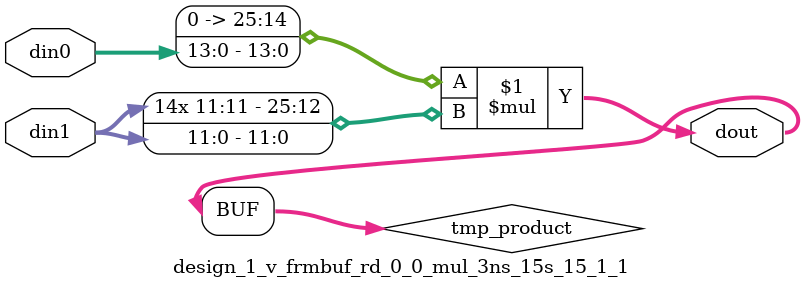
<source format=v>

`timescale 1 ns / 1 ps

  module design_1_v_frmbuf_rd_0_0_mul_3ns_15s_15_1_1(din0, din1, dout);
parameter ID = 1;
parameter NUM_STAGE = 0;
parameter din0_WIDTH = 14;
parameter din1_WIDTH = 12;
parameter dout_WIDTH = 26;

input [din0_WIDTH - 1 : 0] din0; 
input [din1_WIDTH - 1 : 0] din1; 
output [dout_WIDTH - 1 : 0] dout;

wire signed [dout_WIDTH - 1 : 0] tmp_product;











assign tmp_product = $signed({1'b0, din0}) * $signed(din1);










assign dout = tmp_product;







endmodule

</source>
